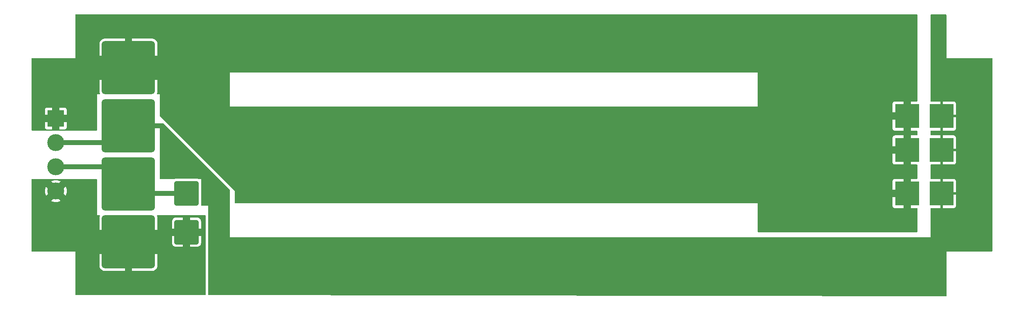
<source format=gbr>
G04 This is an RS-274x file exported by *
G04 gerbv version 2.10.0~037b94 *
G04 More information is available about gerbv at *
G04 https://gerbv.github.io/ *
G04 --End of header info--*
%MOIN*%
%FSLAX36Y36*%
%IPPOS*%
G04 --Define apertures--*
%AMMACRO10*
4,1,4,-0.188774,-0.188774,0.188774,-0.188774,0.188774,0.188774,-0.188774,0.188774,-0.188774,-0.188774,0.000000*
1,1,0.055522,-0.188774,-0.188774*
1,1,0.055522,0.188774,-0.188774*
1,1,0.055522,0.188774,0.188774*
1,1,0.055522,-0.188774,0.188774*
20,1,0.055522,-0.188774,-0.188774,0.188774,-0.188774,0.000000*
20,1,0.055522,0.188774,-0.188774,0.188774,0.188774,0.000000*
20,1,0.055522,0.188774,0.188774,-0.188774,0.188774,0.000000*
20,1,0.055522,-0.188774,0.188774,-0.188774,-0.188774,0.000000*
%
%ADD10MACRO10*%
%ADD11R,0.1378X0.1378*%
%ADD12C,0.1378*%
%AMMACRO13*
4,1,4,-0.086122,-0.086122,0.086122,-0.086122,0.086122,0.086122,-0.086122,0.086122,-0.086122,-0.086122,0.000000*
1,1,0.024606,-0.086122,-0.086122*
1,1,0.024606,0.086122,-0.086122*
1,1,0.024606,0.086122,0.086122*
1,1,0.024606,-0.086122,0.086122*
20,1,0.024606,-0.086122,-0.086122,0.086122,-0.086122,0.000000*
20,1,0.024606,0.086122,-0.086122,0.086122,0.086122,0.000000*
20,1,0.024606,0.086122,0.086122,-0.086122,0.086122,0.000000*
20,1,0.024606,-0.086122,0.086122,-0.086122,-0.086122,0.000000*
%
%ADD13MACRO13*%
%ADD14R,0.1969X0.1969*%
%ADD15C,0.0394*%
%ADD16C,0.1181*%
%ADD17C,0.1969*%
G04 --Start main section--*
G54D10*
G01X0826772Y1417323D03*
G54D11*
G01X0236220Y1476378D03*
G54D12*
G01X0236220Y1279528D03*
G01X0236220Y1082677D03*
G01X0236220Y0885827D03*
G54D10*
G01X0826772Y0944882D03*
G01X0826772Y1889764D03*
G54D13*
G01X1299213Y0868110D03*
G01X1299213Y0551181D03*
G54D10*
G01X0826772Y0472441D03*
G54D14*
G01X7161417Y1496063D03*
G01X7161417Y0866142D03*
G01X7440945Y1220472D03*
G01X7440945Y0866142D03*
G01X7161417Y1220472D03*
G01X7440945Y1496063D03*
G54D15*
G01X1299213Y0868110D02*
G01X0903543Y0868110D01*
G01X0688976Y1082677D02*
G01X0826772Y0944882D01*
G01X0236220Y1082677D02*
G01X0688976Y1082677D01*
G01X0903543Y0868110D02*
G01X0826772Y0944882D01*
G54D16*
G01X0826772Y1889764D02*
G01X0511811Y1889764D01*
G54D17*
G01X0511811Y1889764D02*
G01X1141732Y1889764D01*
G54D15*
G01X0236220Y1279528D02*
G01X0688976Y1279528D01*
G01X0688976Y1279528D02*
G01X0826772Y1417323D01*
G01X0826772Y1417323D02*
G01X1092520Y1417323D01*
G01X1092520Y1417323D02*
G01X1161417Y1348425D01*
G54D17*
G01X0551181Y0472441D02*
G01X1072835Y0472441D01*
G54D16*
G01X0826772Y0472441D02*
G01X0551181Y0472441D01*
G36*
G01X0236233Y0983702D02*
G01X0237013Y0984134D01*
G01X0238079Y0984252D01*
G01X0565984Y0984252D01*
G01X0568624Y0983477D01*
G01X0570425Y0981398D01*
G01X0570866Y0979370D01*
G01X0570866Y0688976D01*
G01X0590897Y0688976D01*
G01X0593537Y0688201D01*
G01X0595338Y0686122D01*
G01X0595730Y0683400D01*
G01X0595363Y0682123D01*
G01X0592818Y0676358D01*
G01X0592818Y0676358D01*
G01X0590805Y0667799D01*
G01X0590805Y0667798D01*
G01X0590551Y0664144D01*
G01X0590551Y0501969D01*
G01X0712388Y0501969D01*
G01X0710259Y0492985D01*
G01X0708661Y0479320D01*
G01X0708661Y0465562D01*
G01X0710259Y0451897D01*
G01X0712388Y0442913D01*
G01X0590551Y0442913D01*
G01X0590551Y0280738D01*
G01X0590805Y0277084D01*
G01X0590805Y0277083D01*
G01X0592818Y0268524D01*
G01X0592818Y0268524D01*
G01X0596370Y0260480D01*
G01X0601339Y0253226D01*
G01X0601339Y0253226D01*
G01X0607556Y0247009D01*
G01X0607557Y0247008D01*
G01X0614811Y0242039D01*
G01X0622855Y0238487D01*
G01X0622855Y0238487D01*
G01X0631414Y0236474D01*
G01X0631414Y0236474D01*
G01X0635069Y0236221D01*
G01X0797244Y0236221D01*
G01X0797244Y0236221D01*
G01X0797244Y0357991D01*
G01X0799487Y0357320D01*
G01X0813037Y0354931D01*
G01X0823335Y0354331D01*
G01X0830208Y0354331D01*
G01X0840507Y0354931D01*
G01X0854056Y0357320D01*
G01X0856299Y0357991D01*
G01X0856299Y0236221D01*
G01X1018475Y0236221D01*
G01X1022129Y0236474D01*
G01X1022129Y0236474D01*
G01X1030688Y0238487D01*
G01X1030688Y0238487D01*
G01X1038732Y0242039D01*
G01X1045987Y0247008D01*
G01X1045987Y0247009D01*
G01X1052204Y0253226D01*
G01X1052204Y0253226D01*
G01X1057174Y0260480D01*
G01X1060725Y0268524D01*
G01X1060725Y0268524D01*
G01X1062738Y0277083D01*
G01X1062738Y0277084D01*
G01X1062992Y0280738D01*
G01X1062992Y0442913D01*
G01X0941156Y0442913D01*
G01X0943285Y0451897D01*
G01X0944613Y0463262D01*
G01X1181102Y0463262D01*
G01X1181707Y0457896D01*
G01X1184088Y0451092D01*
G01X1187923Y0444989D01*
G01X1193020Y0439891D01*
G01X1199124Y0436056D01*
G01X1205928Y0433676D01*
G01X1211294Y0433071D01*
G01X1211294Y0433071D01*
G01X1269685Y0433071D01*
G01X1269685Y0511629D01*
G01X1270169Y0511206D01*
G01X1277774Y0506663D01*
G01X1286067Y0503550D01*
G01X1294783Y0501969D01*
G01X1301423Y0501969D01*
G01X1308035Y0502564D01*
G01X1316575Y0504920D01*
G01X1324556Y0508764D01*
G01X1328740Y0511804D01*
G01X1328740Y0433071D01*
G01X1387131Y0433071D01*
G01X1387131Y0433071D01*
G01X1392497Y0433676D01*
G01X1399302Y0436056D01*
G01X1405405Y0439891D01*
G01X1410502Y0444989D01*
G01X1414337Y0451092D01*
G01X1416718Y0457896D01*
G01X1417323Y0463262D01*
G01X1417323Y0463263D01*
G01X1417323Y0521654D01*
G01X1338689Y0521654D01*
G01X1342724Y0527767D01*
G01X1346206Y0535912D01*
G01X1348177Y0544548D01*
G01X1348574Y0553398D01*
G01X1347385Y0562176D01*
G01X1344648Y0570601D01*
G01X1340450Y0578402D01*
G01X1338610Y0580709D01*
G01X1417323Y0580709D01*
G01X1417323Y0639100D01*
G01X1417323Y0639100D01*
G01X1416718Y0644466D01*
G01X1414337Y0651270D01*
G01X1410502Y0657374D01*
G01X1405405Y0662471D01*
G01X1399302Y0666306D01*
G01X1392497Y0668687D01*
G01X1387131Y0669291D01*
G01X1328740Y0669291D01*
G01X1328740Y0590733D01*
G01X1328256Y0591156D01*
G01X1320651Y0595699D01*
G01X1312358Y0598812D01*
G01X1303642Y0600394D01*
G01X1297003Y0600394D01*
G01X1290390Y0599799D01*
G01X1281851Y0597442D01*
G01X1273869Y0593598D01*
G01X1269685Y0590558D01*
G01X1269685Y0669291D01*
G01X1211294Y0669291D01*
G01X1205928Y0668687D01*
G01X1199124Y0666306D01*
G01X1193020Y0662471D01*
G01X1187923Y0657374D01*
G01X1184088Y0651270D01*
G01X1181707Y0644466D01*
G01X1181102Y0639100D01*
G01X1181102Y0580709D01*
G01X1259736Y0580709D01*
G01X1255701Y0574596D01*
G01X1252219Y0566450D01*
G01X1250248Y0557814D01*
G01X1249851Y0548964D01*
G01X1251040Y0540186D01*
G01X1253777Y0531761D01*
G01X1257975Y0523960D01*
G01X1259815Y0521654D01*
G01X1181102Y0521654D01*
G01X1181102Y0463262D01*
G01X0944613Y0463262D01*
G01X0944882Y0465562D01*
G01X0944882Y0479320D01*
G01X0943285Y0492985D01*
G01X0941156Y0501969D01*
G01X1062992Y0501969D01*
G01X1062992Y0664144D01*
G01X1062738Y0667798D01*
G01X1062738Y0667799D01*
G01X1060725Y0676358D01*
G01X1060725Y0676358D01*
G01X1058180Y0682123D01*
G01X1057823Y0684850D01*
G01X1058997Y0687338D01*
G01X1061330Y0688796D01*
G01X1062646Y0688976D01*
G01X1451811Y0688976D01*
G01X1454450Y0688201D01*
G01X1456252Y0686122D01*
G01X1456693Y0684094D01*
G01X1456693Y0044252D01*
G01X1455918Y0041613D01*
G01X1453839Y0039811D01*
G01X1451811Y0039370D01*
G01X0398583Y0039370D01*
G01X0395943Y0040145D01*
G01X0394142Y0042224D01*
G01X0393701Y0044252D01*
G01X0393701Y0393701D01*
G01X0044252Y0393701D01*
G01X0041613Y0394476D01*
G01X0039811Y0396555D01*
G01X0039370Y0398583D01*
G01X0039370Y0805887D01*
G01X0198039Y0805887D01*
G01X0202248Y0803812D01*
G01X0213244Y0800079D01*
G01X0213245Y0800079D01*
G01X0224633Y0797814D01*
G01X0224633Y0797814D01*
G01X0236220Y0797054D01*
G01X0247808Y0797814D01*
G01X0247808Y0797814D01*
G01X0259196Y0800079D01*
G01X0259197Y0800079D01*
G01X0270192Y0803811D01*
G01X0270192Y0803811D01*
G01X0274402Y0805887D01*
G01X0236221Y0844069D01*
G01X0236220Y0844069D01*
G01X0198039Y0805887D01*
G01X0198039Y0805887D01*
G01X0039370Y0805887D01*
G01X0039370Y0885827D01*
G01X0147448Y0885827D01*
G01X0148207Y0874240D01*
G01X0148207Y0874239D01*
G01X0150472Y0862851D01*
G01X0150473Y0862850D01*
G01X0154205Y0851855D01*
G01X0154206Y0851854D01*
G01X0156281Y0847646D01*
G01X0156281Y0847646D01*
G01X0194462Y0885827D01*
G01X0192843Y0887446D01*
G01X0210477Y0887446D01*
G01X0210883Y0880993D01*
G01X0212881Y0874844D01*
G01X0216346Y0869385D01*
G01X0221059Y0864959D01*
G01X0226725Y0861844D01*
G01X0232988Y0860236D01*
G01X0237830Y0860236D01*
G01X0242635Y0860843D01*
G01X0248647Y0863223D01*
G01X0253878Y0867024D01*
G01X0257999Y0872006D01*
G01X0260752Y0877856D01*
G01X0261964Y0884207D01*
G01X0261862Y0885827D01*
G01X0277979Y0885827D01*
G01X0316160Y0847646D01*
G01X0318236Y0851855D01*
G01X0318236Y0851855D01*
G01X0321968Y0862850D01*
G01X0321968Y0862851D01*
G01X0324234Y0874239D01*
G01X0324234Y0874240D01*
G01X0324993Y0885827D01*
G01X0324234Y0897414D01*
G01X0324234Y0897414D01*
G01X0321968Y0908803D01*
G01X0321968Y0908803D01*
G01X0318236Y0919799D01*
G01X0316160Y0924008D01*
G01X0316160Y0924008D01*
G01X0277979Y0885827D01*
G01X0261862Y0885827D01*
G01X0261558Y0890660D01*
G01X0259560Y0896809D01*
G01X0256095Y0902268D01*
G01X0251382Y0906694D01*
G01X0245716Y0909809D01*
G01X0239453Y0911417D01*
G01X0234610Y0911417D01*
G01X0229806Y0910810D01*
G01X0223794Y0908430D01*
G01X0218563Y0904630D01*
G01X0214442Y0899648D01*
G01X0211689Y0893798D01*
G01X0210477Y0887446D01*
G01X0192843Y0887446D01*
G01X0156281Y0924008D01*
G01X0154205Y0919798D01*
G01X0150473Y0908803D01*
G01X0150472Y0908803D01*
G01X0148207Y0897414D01*
G01X0148207Y0897414D01*
G01X0147448Y0885827D01*
G01X0039370Y0885827D01*
G01X0039370Y0965766D01*
G01X0198039Y0965766D01*
G01X0236220Y0927585D01*
G01X0236220Y0927585D01*
G01X0274402Y0965766D01*
G01X0274402Y0965766D01*
G01X0270193Y0967842D01*
G01X0270192Y0967842D01*
G01X0259197Y0971575D01*
G01X0259196Y0971575D01*
G01X0247808Y0973840D01*
G01X0247808Y0973840D01*
G01X0237760Y0974499D01*
G01X0236286Y0975038D01*
G01X0235737Y0974686D01*
G01X0234681Y0974499D01*
G01X0224633Y0973840D01*
G01X0224633Y0973840D01*
G01X0213245Y0971575D01*
G01X0213244Y0971575D01*
G01X0202249Y0967842D01*
G01X0198039Y0965766D01*
G01X0039370Y0965766D01*
G01X0039370Y0979370D01*
G01X0040145Y0982009D01*
G01X0042224Y0983811D01*
G01X0044252Y0984252D01*
G01X0234362Y0984252D01*
G01X0236233Y0983702D01*
G37*
G36*
G01X7478072Y2322060D02*
G01X7479874Y2319981D01*
G01X7480315Y2317953D01*
G01X7480315Y1968504D01*
G01X7849449Y1968504D01*
G01X7852088Y1967729D01*
G01X7853890Y1965650D01*
G01X7854331Y1963622D01*
G01X7854331Y0398583D01*
G01X7853556Y0395943D01*
G01X7851477Y0394142D01*
G01X7849449Y0393701D01*
G01X7480315Y0393701D01*
G01X7480315Y0034417D01*
G01X7479540Y0031778D01*
G01X7477461Y0029977D01*
G01X7475425Y0029536D01*
G01X1481252Y0039362D01*
G01X1478614Y0040141D01*
G01X1476816Y0042223D01*
G01X1476378Y0044244D01*
G01X1476378Y0767717D01*
G01X1422205Y0767717D01*
G01X1419565Y0768492D01*
G01X1417764Y0770570D01*
G01X1417323Y0772598D01*
G01X1417323Y0779879D01*
G01X1417338Y0780153D01*
G01X1417343Y0780191D01*
G01X1417342Y0956030D01*
G01X1417338Y0956068D01*
G01X1417323Y0956341D01*
G01X1417323Y0984252D01*
G01X1397284Y0984252D01*
G01X1395672Y0984526D01*
G01X1392502Y0985635D01*
G01X1387132Y0986240D01*
G01X1211293Y0986240D01*
G01X1211293Y0986240D01*
G01X1205923Y0985635D01*
G01X1204185Y0985027D01*
G01X1202753Y0984526D01*
G01X1201141Y0984252D01*
G01X1087559Y0984252D01*
G01X1084920Y0985027D01*
G01X1083118Y0987106D01*
G01X1082677Y0989134D01*
G01X1082677Y1432126D01*
G01X1083452Y1434765D01*
G01X1085531Y1436567D01*
G01X1087559Y1437008D01*
G01X1110183Y1437008D01*
G01X1112822Y1436233D01*
G01X1113635Y1435578D01*
G01X1652113Y0897099D01*
G01X1653432Y0894685D01*
G01X1653543Y0893647D01*
G01X1653543Y0511811D01*
G01X7352362Y0511811D01*
G01X7352362Y0743150D01*
G01X7353137Y0745789D01*
G01X7355216Y0747590D01*
G01X7357244Y0748031D01*
G01X7431102Y0748031D01*
G01X7431102Y0856299D01*
G01X7450787Y0856299D01*
G01X7450787Y0748031D01*
G01X7541253Y0748031D01*
G01X7541254Y0748032D01*
G01X7543597Y0748284D01*
G01X7543598Y0748284D01*
G01X7548901Y0750262D01*
G01X7548901Y0750262D01*
G01X7553433Y0753654D01*
G01X7553433Y0753654D01*
G01X7556825Y0758185D01*
G01X7556825Y0758186D01*
G01X7558803Y0763489D01*
G01X7558803Y0763489D01*
G01X7559055Y0765833D01*
G01X7559055Y0765834D01*
G01X7559055Y0856299D01*
G01X7450787Y0856299D01*
G01X7431102Y0856299D01*
G01X7431102Y0984252D01*
G01X7450787Y0984252D01*
G01X7450787Y0875984D01*
G01X7559055Y0875984D01*
G01X7559055Y0966450D01*
G01X7559055Y0966451D01*
G01X7558803Y0968794D01*
G01X7558803Y0968794D01*
G01X7556825Y0974098D01*
G01X7556825Y0974098D01*
G01X7553433Y0978629D01*
G01X7553433Y0978630D01*
G01X7548901Y0982022D01*
G01X7548901Y0982022D01*
G01X7543598Y0984000D01*
G01X7543597Y0984000D01*
G01X7541254Y0984252D01*
G01X7450787Y0984252D01*
G01X7431102Y0984252D01*
G01X7357244Y0984252D01*
G01X7354605Y0985027D01*
G01X7352803Y0987106D01*
G01X7352362Y0989134D01*
G01X7352362Y1097480D01*
G01X7353137Y1100120D01*
G01X7355216Y1101921D01*
G01X7357244Y1102362D01*
G01X7431102Y1102362D01*
G01X7431102Y1210630D01*
G01X7450787Y1210630D01*
G01X7450787Y1102362D01*
G01X7541253Y1102362D01*
G01X7541254Y1102362D01*
G01X7543597Y1102614D01*
G01X7543598Y1102614D01*
G01X7548901Y1104592D01*
G01X7548901Y1104593D01*
G01X7553433Y1107985D01*
G01X7553433Y1107985D01*
G01X7556825Y1112516D01*
G01X7556825Y1112516D01*
G01X7558803Y1117820D01*
G01X7558803Y1117820D01*
G01X7559055Y1120164D01*
G01X7559055Y1120164D01*
G01X7559055Y1210630D01*
G01X7450787Y1210630D01*
G01X7431102Y1210630D01*
G01X7431102Y1338583D01*
G01X7450787Y1338583D01*
G01X7450787Y1230315D01*
G01X7559055Y1230315D01*
G01X7559055Y1320781D01*
G01X7559055Y1320781D01*
G01X7558803Y1323125D01*
G01X7558803Y1323125D01*
G01X7556825Y1328429D01*
G01X7556825Y1328429D01*
G01X7553433Y1332960D01*
G01X7553433Y1332960D01*
G01X7548901Y1336352D01*
G01X7548901Y1336353D01*
G01X7543598Y1338331D01*
G01X7543597Y1338331D01*
G01X7541254Y1338583D01*
G01X7450787Y1338583D01*
G01X7431102Y1338583D01*
G01X7357244Y1338583D01*
G01X7354605Y1339358D01*
G01X7352803Y1341437D01*
G01X7352362Y1343465D01*
G01X7352362Y1373071D01*
G01X7353137Y1375710D01*
G01X7355216Y1377512D01*
G01X7357244Y1377953D01*
G01X7431102Y1377953D01*
G01X7431102Y1486220D01*
G01X7450787Y1486220D01*
G01X7450787Y1377953D01*
G01X7541253Y1377953D01*
G01X7541254Y1377953D01*
G01X7543597Y1378205D01*
G01X7543598Y1378205D01*
G01X7548901Y1380183D01*
G01X7548901Y1380183D01*
G01X7553433Y1383575D01*
G01X7553433Y1383575D01*
G01X7556825Y1388107D01*
G01X7556825Y1388107D01*
G01X7558803Y1393410D01*
G01X7558803Y1393411D01*
G01X7559055Y1395754D01*
G01X7559055Y1395755D01*
G01X7559055Y1486220D01*
G01X7450787Y1486220D01*
G01X7431102Y1486220D01*
G01X7431102Y1614173D01*
G01X7450787Y1614173D01*
G01X7450787Y1505906D01*
G01X7559055Y1505906D01*
G01X7559055Y1596371D01*
G01X7559055Y1596372D01*
G01X7558803Y1598715D01*
G01X7558803Y1598716D01*
G01X7556825Y1604019D01*
G01X7556825Y1604019D01*
G01X7553433Y1608551D01*
G01X7553433Y1608551D01*
G01X7548901Y1611943D01*
G01X7548901Y1611943D01*
G01X7543598Y1613921D01*
G01X7543597Y1613921D01*
G01X7541254Y1614173D01*
G01X7450787Y1614173D01*
G01X7431102Y1614173D01*
G01X7357244Y1614173D01*
G01X7354605Y1614948D01*
G01X7352803Y1617027D01*
G01X7352362Y1619055D01*
G01X7352362Y2317953D01*
G01X7353137Y2320592D01*
G01X7355216Y2322393D01*
G01X7357244Y2322835D01*
G01X7475433Y2322835D01*
G01X7478072Y2322060D01*
G37*
G36*
G01X7241852Y2322060D02*
G01X7243653Y2319981D01*
G01X7244094Y2317953D01*
G01X7244094Y1619055D01*
G01X7243319Y1616416D01*
G01X7241241Y1614614D01*
G01X7239213Y1614173D01*
G01X7190945Y1614173D01*
G01X7190945Y1377953D01*
G01X7239213Y1377953D01*
G01X7241852Y1377178D01*
G01X7243653Y1375099D01*
G01X7244094Y1373071D01*
G01X7244094Y1343465D01*
G01X7243319Y1340825D01*
G01X7241241Y1339024D01*
G01X7239213Y1338583D01*
G01X7190945Y1338583D01*
G01X7190945Y1102362D01*
G01X7239213Y1102362D01*
G01X7241852Y1101587D01*
G01X7243653Y1099508D01*
G01X7244094Y1097480D01*
G01X7244094Y0989134D01*
G01X7243319Y0986495D01*
G01X7241241Y0984693D01*
G01X7239213Y0984252D01*
G01X7190945Y0984252D01*
G01X7190945Y0748031D01*
G01X7239213Y0748031D01*
G01X7241852Y0747256D01*
G01X7243653Y0745178D01*
G01X7244094Y0743150D01*
G01X7244094Y0556063D01*
G01X7243319Y0553424D01*
G01X7241241Y0551622D01*
G01X7239213Y0551181D01*
G01X5949764Y0551181D01*
G01X5947124Y0551956D01*
G01X5945323Y0554035D01*
G01X5944882Y0556063D01*
G01X5944882Y0787402D01*
G01X1697795Y0787402D01*
G01X1695156Y0788177D01*
G01X1693355Y0790255D01*
G01X1692913Y0792283D01*
G01X1692913Y0836614D01*
G01X7043307Y0836614D01*
G01X7043307Y0765833D01*
G01X7043559Y0763489D01*
G01X7043559Y0763489D01*
G01X7045537Y0758186D01*
G01X7045537Y0758185D01*
G01X7048929Y0753654D01*
G01X7048930Y0753654D01*
G01X7053461Y0750262D01*
G01X7053461Y0750262D01*
G01X7058765Y0748284D01*
G01X7058765Y0748284D01*
G01X7061108Y0748032D01*
G01X7061109Y0748031D01*
G01X7131890Y0748031D01*
G01X7131890Y0836614D01*
G01X7043307Y0836614D01*
G01X1692913Y0836614D01*
G01X1692913Y0885827D01*
G01X1692913Y0885827D01*
G01X1683071Y0895669D01*
G01X7043307Y0895669D01*
G01X7131890Y0895669D01*
G01X7131890Y0984252D01*
G01X7061108Y0984252D01*
G01X7058765Y0984000D01*
G01X7058765Y0984000D01*
G01X7053461Y0982022D01*
G01X7053461Y0982022D01*
G01X7048930Y0978630D01*
G01X7048929Y0978629D01*
G01X7045537Y0974098D01*
G01X7045537Y0974098D01*
G01X7043559Y0968794D01*
G01X7043559Y0968794D01*
G01X7043307Y0966451D01*
G01X7043307Y0895669D01*
G01X1683071Y0895669D01*
G01X1387795Y1190945D01*
G01X7043307Y1190945D01*
G01X7043307Y1120164D01*
G01X7043559Y1117820D01*
G01X7043559Y1117820D01*
G01X7045537Y1112516D01*
G01X7045537Y1112516D01*
G01X7048929Y1107985D01*
G01X7048930Y1107985D01*
G01X7053461Y1104593D01*
G01X7053461Y1104592D01*
G01X7058765Y1102614D01*
G01X7058765Y1102614D01*
G01X7061108Y1102362D01*
G01X7061109Y1102362D01*
G01X7131890Y1102362D01*
G01X7131890Y1190945D01*
G01X7043307Y1190945D01*
G01X1387795Y1190945D01*
G01X1328740Y1250000D01*
G01X7043307Y1250000D01*
G01X7131890Y1250000D01*
G01X7131890Y1338583D01*
G01X7061108Y1338583D01*
G01X7058765Y1338331D01*
G01X7058765Y1338331D01*
G01X7053461Y1336353D01*
G01X7053461Y1336352D01*
G01X7048930Y1332960D01*
G01X7048929Y1332960D01*
G01X7045537Y1328429D01*
G01X7045537Y1328429D01*
G01X7043559Y1323125D01*
G01X7043559Y1323125D01*
G01X7043307Y1320781D01*
G01X7043307Y1250000D01*
G01X1328740Y1250000D01*
G01X1112205Y1466535D01*
G01X7043307Y1466535D01*
G01X7043307Y1395754D01*
G01X7043559Y1393411D01*
G01X7043559Y1393410D01*
G01X7045537Y1388107D01*
G01X7045537Y1388107D01*
G01X7048929Y1383575D01*
G01X7048930Y1383575D01*
G01X7053461Y1380183D01*
G01X7053461Y1380183D01*
G01X7058765Y1378205D01*
G01X7058765Y1378205D01*
G01X7061108Y1377953D01*
G01X7061109Y1377953D01*
G01X7131890Y1377953D01*
G01X7131890Y1466535D01*
G01X7043307Y1466535D01*
G01X1112205Y1466535D01*
G01X1084107Y1494633D01*
G01X1082789Y1497047D01*
G01X1082677Y1498085D01*
G01X1082677Y1525591D01*
G01X7043307Y1525591D01*
G01X7131890Y1525591D01*
G01X7131890Y1614173D01*
G01X7061108Y1614173D01*
G01X7058765Y1613921D01*
G01X7058765Y1613921D01*
G01X7053461Y1611943D01*
G01X7053461Y1611943D01*
G01X7048930Y1608551D01*
G01X7048929Y1608551D01*
G01X7045537Y1604019D01*
G01X7045537Y1604019D01*
G01X7043559Y1598716D01*
G01X7043559Y1598715D01*
G01X7043307Y1596372D01*
G01X7043307Y1525591D01*
G01X1082677Y1525591D01*
G01X1082677Y1673228D01*
G01X1062646Y1673228D01*
G01X1060006Y1674003D01*
G01X1058205Y1676082D01*
G01X1057814Y1678805D01*
G01X1058180Y1680082D01*
G01X1060725Y1685847D01*
G01X1060725Y1685847D01*
G01X1062738Y1694406D01*
G01X1062738Y1694407D01*
G01X1062992Y1698061D01*
G01X1062992Y1850394D01*
G01X1653543Y1850394D01*
G01X1653543Y1574803D01*
G01X5944882Y1574803D01*
G01X5944882Y1850394D01*
G01X1653543Y1850394D01*
G01X1062992Y1850394D01*
G01X1062992Y1860236D01*
G01X0941156Y1860236D01*
G01X0943285Y1869219D01*
G01X0944882Y1882885D01*
G01X0944882Y1896643D01*
G01X0943285Y1910308D01*
G01X0941156Y1919291D01*
G01X1062992Y1919291D01*
G01X1062992Y2081467D01*
G01X1062738Y2085121D01*
G01X1062738Y2085122D01*
G01X1060725Y2093680D01*
G01X1060725Y2093681D01*
G01X1057174Y2101724D01*
G01X1052204Y2108979D01*
G01X1052204Y2108979D01*
G01X1045987Y2115196D01*
G01X1045987Y2115196D01*
G01X1038732Y2120166D01*
G01X1030688Y2123717D01*
G01X1030688Y2123718D01*
G01X1022129Y2125731D01*
G01X1022129Y2125731D01*
G01X1018475Y2125984D01*
G01X0856299Y2125984D01*
G01X0856299Y2004214D01*
G01X0854056Y2004885D01*
G01X0840507Y2007274D01*
G01X0830208Y2007874D01*
G01X0823335Y2007874D01*
G01X0813037Y2007274D01*
G01X0799487Y2004885D01*
G01X0797244Y2004214D01*
G01X0797244Y2125984D01*
G01X0635069Y2125984D01*
G01X0631415Y2125731D01*
G01X0631414Y2125731D01*
G01X0622855Y2123718D01*
G01X0622855Y2123717D01*
G01X0614811Y2120166D01*
G01X0607557Y2115196D01*
G01X0607556Y2115196D01*
G01X0601339Y2108979D01*
G01X0601339Y2108979D01*
G01X0596370Y2101724D01*
G01X0592818Y2093681D01*
G01X0592818Y2093680D01*
G01X0590805Y2085122D01*
G01X0590805Y2085121D01*
G01X0590551Y2081467D01*
G01X0590551Y1919291D01*
G01X0712388Y1919291D01*
G01X0710259Y1910308D01*
G01X0708661Y1896643D01*
G01X0708661Y1882885D01*
G01X0710259Y1869219D01*
G01X0712388Y1860236D01*
G01X0590551Y1860236D01*
G01X0590551Y1698061D01*
G01X0590805Y1694407D01*
G01X0590805Y1694406D01*
G01X0592818Y1685847D01*
G01X0592818Y1685847D01*
G01X0595363Y1680082D01*
G01X0595721Y1677355D01*
G01X0594546Y1674867D01*
G01X0592214Y1673409D01*
G01X0590897Y1673228D01*
G01X0570866Y1673228D01*
G01X0570866Y1382835D01*
G01X0570091Y1380195D01*
G01X0568012Y1378394D01*
G01X0565984Y1377953D01*
G01X0044252Y1377953D01*
G01X0041613Y1378728D01*
G01X0039811Y1380807D01*
G01X0039370Y1382835D01*
G01X0039370Y1446850D01*
G01X0147638Y1446850D01*
G01X0147638Y1405597D01*
G01X0147890Y1403253D01*
G01X0147890Y1403253D01*
G01X0149868Y1397949D01*
G01X0149868Y1397949D01*
G01X0153260Y1393418D01*
G01X0153260Y1393418D01*
G01X0157792Y1390026D01*
G01X0157792Y1390025D01*
G01X0163095Y1388047D01*
G01X0163096Y1388047D01*
G01X0165439Y1387795D01*
G01X0165440Y1387795D01*
G01X0206693Y1387795D01*
G01X0206693Y1446850D01*
G01X0265748Y1446850D01*
G01X0265748Y1387795D01*
G01X0307001Y1387795D01*
G01X0307002Y1387795D01*
G01X0309345Y1388047D01*
G01X0309346Y1388047D01*
G01X0314649Y1390025D01*
G01X0314649Y1390026D01*
G01X0319181Y1393418D01*
G01X0319181Y1393418D01*
G01X0322573Y1397949D01*
G01X0322573Y1397949D01*
G01X0324551Y1403253D01*
G01X0324551Y1403253D01*
G01X0324803Y1405597D01*
G01X0324803Y1405597D01*
G01X0324803Y1446850D01*
G01X0265748Y1446850D01*
G01X0206693Y1446850D01*
G01X0147638Y1446850D01*
G01X0039370Y1446850D01*
G01X0039370Y1477998D01*
G01X0210477Y1477998D01*
G01X0210883Y1471545D01*
G01X0212881Y1465395D01*
G01X0216346Y1459936D01*
G01X0221059Y1455510D01*
G01X0226725Y1452395D01*
G01X0232988Y1450787D01*
G01X0237830Y1450787D01*
G01X0242635Y1451394D01*
G01X0248647Y1453775D01*
G01X0253878Y1457575D01*
G01X0257999Y1462557D01*
G01X0260752Y1468407D01*
G01X0261964Y1474758D01*
G01X0261558Y1481211D01*
G01X0259560Y1487360D01*
G01X0256095Y1492820D01*
G01X0251382Y1497246D01*
G01X0245716Y1500361D01*
G01X0239453Y1501969D01*
G01X0234610Y1501969D01*
G01X0229806Y1501362D01*
G01X0223794Y1498981D01*
G01X0218563Y1495181D01*
G01X0214442Y1490199D01*
G01X0211689Y1484349D01*
G01X0210477Y1477998D01*
G01X0039370Y1477998D01*
G01X0039370Y1505906D01*
G01X0147638Y1505906D01*
G01X0206693Y1505906D01*
G01X0206693Y1564961D01*
G01X0265748Y1564961D01*
G01X0265748Y1505906D01*
G01X0324803Y1505906D01*
G01X0324803Y1547159D01*
G01X0324803Y1547159D01*
G01X0324551Y1549503D01*
G01X0324551Y1549503D01*
G01X0322573Y1554807D01*
G01X0322573Y1554807D01*
G01X0319181Y1559338D01*
G01X0319181Y1559338D01*
G01X0314649Y1562730D01*
G01X0314649Y1562731D01*
G01X0309346Y1564709D01*
G01X0309345Y1564709D01*
G01X0307002Y1564961D01*
G01X0265748Y1564961D01*
G01X0206693Y1564961D01*
G01X0165439Y1564961D01*
G01X0163096Y1564709D01*
G01X0163095Y1564709D01*
G01X0157792Y1562731D01*
G01X0157792Y1562730D01*
G01X0153260Y1559338D01*
G01X0153260Y1559338D01*
G01X0149868Y1554807D01*
G01X0149868Y1554807D01*
G01X0147890Y1549503D01*
G01X0147890Y1549503D01*
G01X0147638Y1547159D01*
G01X0147638Y1505906D01*
G01X0039370Y1505906D01*
G01X0039370Y1963622D01*
G01X0040145Y1966261D01*
G01X0042224Y1968063D01*
G01X0044252Y1968504D01*
G01X0393701Y1968504D01*
G01X0393701Y2317953D01*
G01X0394476Y2320592D01*
G01X0396555Y2322393D01*
G01X0398583Y2322835D01*
G01X7239213Y2322835D01*
G01X7241852Y2322060D01*
G37*
M02*

</source>
